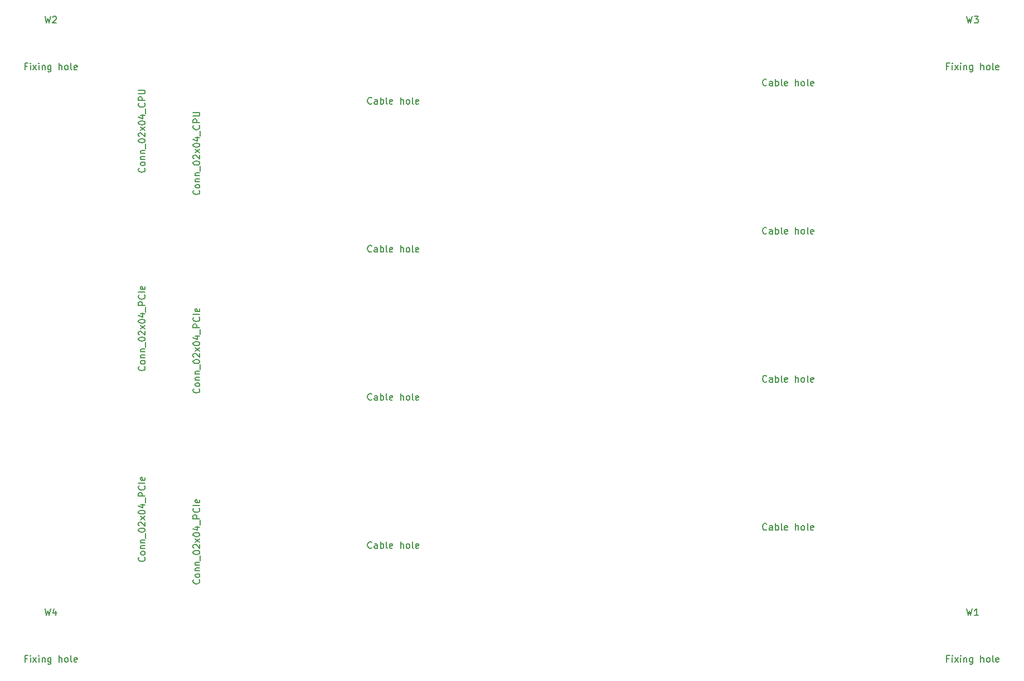
<source format=gbr>
G04 #@! TF.GenerationSoftware,KiCad,Pcbnew,(5.0.1)-3*
G04 #@! TF.CreationDate,2019-04-03T23:09:03+02:00*
G04 #@! TF.ProjectId,discovery,646973636F766572792E6B696361645F,rev?*
G04 #@! TF.SameCoordinates,PX4c4640PY8a48028*
G04 #@! TF.FileFunction,Other,Fab,Top*
%FSLAX46Y46*%
G04 Gerber Fmt 4.6, Leading zero omitted, Abs format (unit mm)*
G04 Created by KiCad (PCBNEW (5.0.1)-3) date 03/04/2019 23:09:03*
%MOMM*%
%LPD*%
G01*
G04 APERTURE LIST*
%ADD10C,0.150000*%
G04 APERTURE END LIST*
G04 #@! TO.C,W1*
D10*
X136382232Y-3480131D02*
X136048899Y-3480131D01*
X136048899Y-4003940D02*
X136048899Y-3003940D01*
X136525089Y-3003940D01*
X136906041Y-4003940D02*
X136906041Y-3337274D01*
X136906041Y-3003940D02*
X136858422Y-3051560D01*
X136906041Y-3099179D01*
X136953660Y-3051560D01*
X136906041Y-3003940D01*
X136906041Y-3099179D01*
X137286994Y-4003940D02*
X137810803Y-3337274D01*
X137286994Y-3337274D02*
X137810803Y-4003940D01*
X138191756Y-4003940D02*
X138191756Y-3337274D01*
X138191756Y-3003940D02*
X138144137Y-3051560D01*
X138191756Y-3099179D01*
X138239375Y-3051560D01*
X138191756Y-3003940D01*
X138191756Y-3099179D01*
X138667946Y-3337274D02*
X138667946Y-4003940D01*
X138667946Y-3432512D02*
X138715565Y-3384893D01*
X138810803Y-3337274D01*
X138953660Y-3337274D01*
X139048899Y-3384893D01*
X139096518Y-3480131D01*
X139096518Y-4003940D01*
X140001280Y-3337274D02*
X140001280Y-4146798D01*
X139953660Y-4242036D01*
X139906041Y-4289655D01*
X139810803Y-4337274D01*
X139667946Y-4337274D01*
X139572708Y-4289655D01*
X140001280Y-3956321D02*
X139906041Y-4003940D01*
X139715565Y-4003940D01*
X139620327Y-3956321D01*
X139572708Y-3908702D01*
X139525089Y-3813464D01*
X139525089Y-3527750D01*
X139572708Y-3432512D01*
X139620327Y-3384893D01*
X139715565Y-3337274D01*
X139906041Y-3337274D01*
X140001280Y-3384893D01*
X141239375Y-4003940D02*
X141239375Y-3003940D01*
X141667946Y-4003940D02*
X141667946Y-3480131D01*
X141620327Y-3384893D01*
X141525089Y-3337274D01*
X141382232Y-3337274D01*
X141286994Y-3384893D01*
X141239375Y-3432512D01*
X142286994Y-4003940D02*
X142191756Y-3956321D01*
X142144137Y-3908702D01*
X142096518Y-3813464D01*
X142096518Y-3527750D01*
X142144137Y-3432512D01*
X142191756Y-3384893D01*
X142286994Y-3337274D01*
X142429851Y-3337274D01*
X142525089Y-3384893D01*
X142572708Y-3432512D01*
X142620327Y-3527750D01*
X142620327Y-3813464D01*
X142572708Y-3908702D01*
X142525089Y-3956321D01*
X142429851Y-4003940D01*
X142286994Y-4003940D01*
X143191756Y-4003940D02*
X143096518Y-3956321D01*
X143048899Y-3861083D01*
X143048899Y-3003940D01*
X143953660Y-3956321D02*
X143858422Y-4003940D01*
X143667946Y-4003940D01*
X143572708Y-3956321D01*
X143525089Y-3861083D01*
X143525089Y-3480131D01*
X143572708Y-3384893D01*
X143667946Y-3337274D01*
X143858422Y-3337274D01*
X143953660Y-3384893D01*
X144001280Y-3480131D01*
X144001280Y-3575369D01*
X143525089Y-3670607D01*
X139096518Y4096060D02*
X139334613Y3096060D01*
X139525089Y3810345D01*
X139715565Y3096060D01*
X139953660Y4096060D01*
X140858422Y3096060D02*
X140286994Y3096060D01*
X140572708Y3096060D02*
X140572708Y4096060D01*
X140477470Y3953202D01*
X140382232Y3857964D01*
X140286994Y3810345D01*
G04 #@! TO.C,W2*
X-3617768Y86519869D02*
X-3951101Y86519869D01*
X-3951101Y85996060D02*
X-3951101Y86996060D01*
X-3474911Y86996060D01*
X-3093959Y85996060D02*
X-3093959Y86662726D01*
X-3093959Y86996060D02*
X-3141578Y86948440D01*
X-3093959Y86900821D01*
X-3046340Y86948440D01*
X-3093959Y86996060D01*
X-3093959Y86900821D01*
X-2713006Y85996060D02*
X-2189197Y86662726D01*
X-2713006Y86662726D02*
X-2189197Y85996060D01*
X-1808244Y85996060D02*
X-1808244Y86662726D01*
X-1808244Y86996060D02*
X-1855863Y86948440D01*
X-1808244Y86900821D01*
X-1760625Y86948440D01*
X-1808244Y86996060D01*
X-1808244Y86900821D01*
X-1332054Y86662726D02*
X-1332054Y85996060D01*
X-1332054Y86567488D02*
X-1284435Y86615107D01*
X-1189197Y86662726D01*
X-1046340Y86662726D01*
X-951101Y86615107D01*
X-903482Y86519869D01*
X-903482Y85996060D01*
X1280Y86662726D02*
X1280Y85853202D01*
X-46340Y85757964D01*
X-93959Y85710345D01*
X-189197Y85662726D01*
X-332054Y85662726D01*
X-427292Y85710345D01*
X1280Y86043679D02*
X-93959Y85996060D01*
X-284435Y85996060D01*
X-379673Y86043679D01*
X-427292Y86091298D01*
X-474911Y86186536D01*
X-474911Y86472250D01*
X-427292Y86567488D01*
X-379673Y86615107D01*
X-284435Y86662726D01*
X-93959Y86662726D01*
X1280Y86615107D01*
X1239375Y85996060D02*
X1239375Y86996060D01*
X1667946Y85996060D02*
X1667946Y86519869D01*
X1620327Y86615107D01*
X1525089Y86662726D01*
X1382232Y86662726D01*
X1286994Y86615107D01*
X1239375Y86567488D01*
X2286994Y85996060D02*
X2191756Y86043679D01*
X2144137Y86091298D01*
X2096518Y86186536D01*
X2096518Y86472250D01*
X2144137Y86567488D01*
X2191756Y86615107D01*
X2286994Y86662726D01*
X2429851Y86662726D01*
X2525089Y86615107D01*
X2572708Y86567488D01*
X2620327Y86472250D01*
X2620327Y86186536D01*
X2572708Y86091298D01*
X2525089Y86043679D01*
X2429851Y85996060D01*
X2286994Y85996060D01*
X3191756Y85996060D02*
X3096518Y86043679D01*
X3048899Y86138917D01*
X3048899Y86996060D01*
X3953660Y86043679D02*
X3858422Y85996060D01*
X3667946Y85996060D01*
X3572708Y86043679D01*
X3525089Y86138917D01*
X3525089Y86519869D01*
X3572708Y86615107D01*
X3667946Y86662726D01*
X3858422Y86662726D01*
X3953660Y86615107D01*
X4001280Y86519869D01*
X4001280Y86424631D01*
X3525089Y86329393D01*
X-903482Y94096060D02*
X-665387Y93096060D01*
X-474911Y93810345D01*
X-284435Y93096060D01*
X-46340Y94096060D01*
X286994Y94000821D02*
X334613Y94048440D01*
X429851Y94096060D01*
X667946Y94096060D01*
X763184Y94048440D01*
X810803Y94000821D01*
X858422Y93905583D01*
X858422Y93810345D01*
X810803Y93667488D01*
X239375Y93096060D01*
X858422Y93096060D01*
G04 #@! TO.C,W3*
X136382232Y86519869D02*
X136048899Y86519869D01*
X136048899Y85996060D02*
X136048899Y86996060D01*
X136525089Y86996060D01*
X136906041Y85996060D02*
X136906041Y86662726D01*
X136906041Y86996060D02*
X136858422Y86948440D01*
X136906041Y86900821D01*
X136953660Y86948440D01*
X136906041Y86996060D01*
X136906041Y86900821D01*
X137286994Y85996060D02*
X137810803Y86662726D01*
X137286994Y86662726D02*
X137810803Y85996060D01*
X138191756Y85996060D02*
X138191756Y86662726D01*
X138191756Y86996060D02*
X138144137Y86948440D01*
X138191756Y86900821D01*
X138239375Y86948440D01*
X138191756Y86996060D01*
X138191756Y86900821D01*
X138667946Y86662726D02*
X138667946Y85996060D01*
X138667946Y86567488D02*
X138715565Y86615107D01*
X138810803Y86662726D01*
X138953660Y86662726D01*
X139048899Y86615107D01*
X139096518Y86519869D01*
X139096518Y85996060D01*
X140001280Y86662726D02*
X140001280Y85853202D01*
X139953660Y85757964D01*
X139906041Y85710345D01*
X139810803Y85662726D01*
X139667946Y85662726D01*
X139572708Y85710345D01*
X140001280Y86043679D02*
X139906041Y85996060D01*
X139715565Y85996060D01*
X139620327Y86043679D01*
X139572708Y86091298D01*
X139525089Y86186536D01*
X139525089Y86472250D01*
X139572708Y86567488D01*
X139620327Y86615107D01*
X139715565Y86662726D01*
X139906041Y86662726D01*
X140001280Y86615107D01*
X141239375Y85996060D02*
X141239375Y86996060D01*
X141667946Y85996060D02*
X141667946Y86519869D01*
X141620327Y86615107D01*
X141525089Y86662726D01*
X141382232Y86662726D01*
X141286994Y86615107D01*
X141239375Y86567488D01*
X142286994Y85996060D02*
X142191756Y86043679D01*
X142144137Y86091298D01*
X142096518Y86186536D01*
X142096518Y86472250D01*
X142144137Y86567488D01*
X142191756Y86615107D01*
X142286994Y86662726D01*
X142429851Y86662726D01*
X142525089Y86615107D01*
X142572708Y86567488D01*
X142620327Y86472250D01*
X142620327Y86186536D01*
X142572708Y86091298D01*
X142525089Y86043679D01*
X142429851Y85996060D01*
X142286994Y85996060D01*
X143191756Y85996060D02*
X143096518Y86043679D01*
X143048899Y86138917D01*
X143048899Y86996060D01*
X143953660Y86043679D02*
X143858422Y85996060D01*
X143667946Y85996060D01*
X143572708Y86043679D01*
X143525089Y86138917D01*
X143525089Y86519869D01*
X143572708Y86615107D01*
X143667946Y86662726D01*
X143858422Y86662726D01*
X143953660Y86615107D01*
X144001280Y86519869D01*
X144001280Y86424631D01*
X143525089Y86329393D01*
X139096518Y94096060D02*
X139334613Y93096060D01*
X139525089Y93810345D01*
X139715565Y93096060D01*
X139953660Y94096060D01*
X140239375Y94096060D02*
X140858422Y94096060D01*
X140525089Y93715107D01*
X140667946Y93715107D01*
X140763184Y93667488D01*
X140810803Y93619869D01*
X140858422Y93524631D01*
X140858422Y93286536D01*
X140810803Y93191298D01*
X140763184Y93143679D01*
X140667946Y93096060D01*
X140382232Y93096060D01*
X140286994Y93143679D01*
X140239375Y93191298D01*
G04 #@! TO.C,W4*
X-3617768Y-3480131D02*
X-3951101Y-3480131D01*
X-3951101Y-4003940D02*
X-3951101Y-3003940D01*
X-3474911Y-3003940D01*
X-3093959Y-4003940D02*
X-3093959Y-3337274D01*
X-3093959Y-3003940D02*
X-3141578Y-3051560D01*
X-3093959Y-3099179D01*
X-3046340Y-3051560D01*
X-3093959Y-3003940D01*
X-3093959Y-3099179D01*
X-2713006Y-4003940D02*
X-2189197Y-3337274D01*
X-2713006Y-3337274D02*
X-2189197Y-4003940D01*
X-1808244Y-4003940D02*
X-1808244Y-3337274D01*
X-1808244Y-3003940D02*
X-1855863Y-3051560D01*
X-1808244Y-3099179D01*
X-1760625Y-3051560D01*
X-1808244Y-3003940D01*
X-1808244Y-3099179D01*
X-1332054Y-3337274D02*
X-1332054Y-4003940D01*
X-1332054Y-3432512D02*
X-1284435Y-3384893D01*
X-1189197Y-3337274D01*
X-1046340Y-3337274D01*
X-951101Y-3384893D01*
X-903482Y-3480131D01*
X-903482Y-4003940D01*
X1280Y-3337274D02*
X1280Y-4146798D01*
X-46340Y-4242036D01*
X-93959Y-4289655D01*
X-189197Y-4337274D01*
X-332054Y-4337274D01*
X-427292Y-4289655D01*
X1280Y-3956321D02*
X-93959Y-4003940D01*
X-284435Y-4003940D01*
X-379673Y-3956321D01*
X-427292Y-3908702D01*
X-474911Y-3813464D01*
X-474911Y-3527750D01*
X-427292Y-3432512D01*
X-379673Y-3384893D01*
X-284435Y-3337274D01*
X-93959Y-3337274D01*
X1280Y-3384893D01*
X1239375Y-4003940D02*
X1239375Y-3003940D01*
X1667946Y-4003940D02*
X1667946Y-3480131D01*
X1620327Y-3384893D01*
X1525089Y-3337274D01*
X1382232Y-3337274D01*
X1286994Y-3384893D01*
X1239375Y-3432512D01*
X2286994Y-4003940D02*
X2191756Y-3956321D01*
X2144137Y-3908702D01*
X2096518Y-3813464D01*
X2096518Y-3527750D01*
X2144137Y-3432512D01*
X2191756Y-3384893D01*
X2286994Y-3337274D01*
X2429851Y-3337274D01*
X2525089Y-3384893D01*
X2572708Y-3432512D01*
X2620327Y-3527750D01*
X2620327Y-3813464D01*
X2572708Y-3908702D01*
X2525089Y-3956321D01*
X2429851Y-4003940D01*
X2286994Y-4003940D01*
X3191756Y-4003940D02*
X3096518Y-3956321D01*
X3048899Y-3861083D01*
X3048899Y-3003940D01*
X3953660Y-3956321D02*
X3858422Y-4003940D01*
X3667946Y-4003940D01*
X3572708Y-3956321D01*
X3525089Y-3861083D01*
X3525089Y-3480131D01*
X3572708Y-3384893D01*
X3667946Y-3337274D01*
X3858422Y-3337274D01*
X3953660Y-3384893D01*
X4001280Y-3480131D01*
X4001280Y-3575369D01*
X3525089Y-3670607D01*
X-903482Y4096060D02*
X-665387Y3096060D01*
X-474911Y3810345D01*
X-284435Y3096060D01*
X-46340Y4096060D01*
X763184Y3762726D02*
X763184Y3096060D01*
X525089Y4143679D02*
X286994Y3429393D01*
X906041Y3429393D01*
G04 #@! TO.C,W5*
X48724395Y13387418D02*
X48676776Y13339799D01*
X48533919Y13292180D01*
X48438680Y13292180D01*
X48295823Y13339799D01*
X48200585Y13435037D01*
X48152966Y13530275D01*
X48105347Y13720751D01*
X48105347Y13863608D01*
X48152966Y14054084D01*
X48200585Y14149322D01*
X48295823Y14244560D01*
X48438680Y14292180D01*
X48533919Y14292180D01*
X48676776Y14244560D01*
X48724395Y14196941D01*
X49581538Y13292180D02*
X49581538Y13815989D01*
X49533919Y13911227D01*
X49438680Y13958846D01*
X49248204Y13958846D01*
X49152966Y13911227D01*
X49581538Y13339799D02*
X49486300Y13292180D01*
X49248204Y13292180D01*
X49152966Y13339799D01*
X49105347Y13435037D01*
X49105347Y13530275D01*
X49152966Y13625513D01*
X49248204Y13673132D01*
X49486300Y13673132D01*
X49581538Y13720751D01*
X50057728Y13292180D02*
X50057728Y14292180D01*
X50057728Y13911227D02*
X50152966Y13958846D01*
X50343442Y13958846D01*
X50438680Y13911227D01*
X50486300Y13863608D01*
X50533919Y13768370D01*
X50533919Y13482656D01*
X50486300Y13387418D01*
X50438680Y13339799D01*
X50343442Y13292180D01*
X50152966Y13292180D01*
X50057728Y13339799D01*
X51105347Y13292180D02*
X51010109Y13339799D01*
X50962490Y13435037D01*
X50962490Y14292180D01*
X51867252Y13339799D02*
X51772014Y13292180D01*
X51581538Y13292180D01*
X51486300Y13339799D01*
X51438680Y13435037D01*
X51438680Y13815989D01*
X51486300Y13911227D01*
X51581538Y13958846D01*
X51772014Y13958846D01*
X51867252Y13911227D01*
X51914871Y13815989D01*
X51914871Y13720751D01*
X51438680Y13625513D01*
X53105347Y13292180D02*
X53105347Y14292180D01*
X53533919Y13292180D02*
X53533919Y13815989D01*
X53486300Y13911227D01*
X53391061Y13958846D01*
X53248204Y13958846D01*
X53152966Y13911227D01*
X53105347Y13863608D01*
X54152966Y13292180D02*
X54057728Y13339799D01*
X54010109Y13387418D01*
X53962490Y13482656D01*
X53962490Y13768370D01*
X54010109Y13863608D01*
X54057728Y13911227D01*
X54152966Y13958846D01*
X54295823Y13958846D01*
X54391061Y13911227D01*
X54438680Y13863608D01*
X54486300Y13768370D01*
X54486300Y13482656D01*
X54438680Y13387418D01*
X54391061Y13339799D01*
X54295823Y13292180D01*
X54152966Y13292180D01*
X55057728Y13292180D02*
X54962490Y13339799D01*
X54914871Y13435037D01*
X54914871Y14292180D01*
X55819633Y13339799D02*
X55724395Y13292180D01*
X55533919Y13292180D01*
X55438680Y13339799D01*
X55391061Y13435037D01*
X55391061Y13815989D01*
X55438680Y13911227D01*
X55533919Y13958846D01*
X55724395Y13958846D01*
X55819633Y13911227D01*
X55867252Y13815989D01*
X55867252Y13720751D01*
X55391061Y13625513D01*
G04 #@! TO.C,W6*
X48724395Y58387418D02*
X48676776Y58339799D01*
X48533919Y58292180D01*
X48438680Y58292180D01*
X48295823Y58339799D01*
X48200585Y58435037D01*
X48152966Y58530275D01*
X48105347Y58720751D01*
X48105347Y58863608D01*
X48152966Y59054084D01*
X48200585Y59149322D01*
X48295823Y59244560D01*
X48438680Y59292180D01*
X48533919Y59292180D01*
X48676776Y59244560D01*
X48724395Y59196941D01*
X49581538Y58292180D02*
X49581538Y58815989D01*
X49533919Y58911227D01*
X49438680Y58958846D01*
X49248204Y58958846D01*
X49152966Y58911227D01*
X49581538Y58339799D02*
X49486300Y58292180D01*
X49248204Y58292180D01*
X49152966Y58339799D01*
X49105347Y58435037D01*
X49105347Y58530275D01*
X49152966Y58625513D01*
X49248204Y58673132D01*
X49486300Y58673132D01*
X49581538Y58720751D01*
X50057728Y58292180D02*
X50057728Y59292180D01*
X50057728Y58911227D02*
X50152966Y58958846D01*
X50343442Y58958846D01*
X50438680Y58911227D01*
X50486300Y58863608D01*
X50533919Y58768370D01*
X50533919Y58482656D01*
X50486300Y58387418D01*
X50438680Y58339799D01*
X50343442Y58292180D01*
X50152966Y58292180D01*
X50057728Y58339799D01*
X51105347Y58292180D02*
X51010109Y58339799D01*
X50962490Y58435037D01*
X50962490Y59292180D01*
X51867252Y58339799D02*
X51772014Y58292180D01*
X51581538Y58292180D01*
X51486300Y58339799D01*
X51438680Y58435037D01*
X51438680Y58815989D01*
X51486300Y58911227D01*
X51581538Y58958846D01*
X51772014Y58958846D01*
X51867252Y58911227D01*
X51914871Y58815989D01*
X51914871Y58720751D01*
X51438680Y58625513D01*
X53105347Y58292180D02*
X53105347Y59292180D01*
X53533919Y58292180D02*
X53533919Y58815989D01*
X53486300Y58911227D01*
X53391061Y58958846D01*
X53248204Y58958846D01*
X53152966Y58911227D01*
X53105347Y58863608D01*
X54152966Y58292180D02*
X54057728Y58339799D01*
X54010109Y58387418D01*
X53962490Y58482656D01*
X53962490Y58768370D01*
X54010109Y58863608D01*
X54057728Y58911227D01*
X54152966Y58958846D01*
X54295823Y58958846D01*
X54391061Y58911227D01*
X54438680Y58863608D01*
X54486300Y58768370D01*
X54486300Y58482656D01*
X54438680Y58387418D01*
X54391061Y58339799D01*
X54295823Y58292180D01*
X54152966Y58292180D01*
X55057728Y58292180D02*
X54962490Y58339799D01*
X54914871Y58435037D01*
X54914871Y59292180D01*
X55819633Y58339799D02*
X55724395Y58292180D01*
X55533919Y58292180D01*
X55438680Y58339799D01*
X55391061Y58435037D01*
X55391061Y58815989D01*
X55438680Y58911227D01*
X55533919Y58958846D01*
X55724395Y58958846D01*
X55819633Y58911227D01*
X55867252Y58815989D01*
X55867252Y58720751D01*
X55391061Y58625513D01*
G04 #@! TO.C,W7*
X48724395Y35887418D02*
X48676776Y35839799D01*
X48533919Y35792180D01*
X48438680Y35792180D01*
X48295823Y35839799D01*
X48200585Y35935037D01*
X48152966Y36030275D01*
X48105347Y36220751D01*
X48105347Y36363608D01*
X48152966Y36554084D01*
X48200585Y36649322D01*
X48295823Y36744560D01*
X48438680Y36792180D01*
X48533919Y36792180D01*
X48676776Y36744560D01*
X48724395Y36696941D01*
X49581538Y35792180D02*
X49581538Y36315989D01*
X49533919Y36411227D01*
X49438680Y36458846D01*
X49248204Y36458846D01*
X49152966Y36411227D01*
X49581538Y35839799D02*
X49486300Y35792180D01*
X49248204Y35792180D01*
X49152966Y35839799D01*
X49105347Y35935037D01*
X49105347Y36030275D01*
X49152966Y36125513D01*
X49248204Y36173132D01*
X49486300Y36173132D01*
X49581538Y36220751D01*
X50057728Y35792180D02*
X50057728Y36792180D01*
X50057728Y36411227D02*
X50152966Y36458846D01*
X50343442Y36458846D01*
X50438680Y36411227D01*
X50486300Y36363608D01*
X50533919Y36268370D01*
X50533919Y35982656D01*
X50486300Y35887418D01*
X50438680Y35839799D01*
X50343442Y35792180D01*
X50152966Y35792180D01*
X50057728Y35839799D01*
X51105347Y35792180D02*
X51010109Y35839799D01*
X50962490Y35935037D01*
X50962490Y36792180D01*
X51867252Y35839799D02*
X51772014Y35792180D01*
X51581538Y35792180D01*
X51486300Y35839799D01*
X51438680Y35935037D01*
X51438680Y36315989D01*
X51486300Y36411227D01*
X51581538Y36458846D01*
X51772014Y36458846D01*
X51867252Y36411227D01*
X51914871Y36315989D01*
X51914871Y36220751D01*
X51438680Y36125513D01*
X53105347Y35792180D02*
X53105347Y36792180D01*
X53533919Y35792180D02*
X53533919Y36315989D01*
X53486300Y36411227D01*
X53391061Y36458846D01*
X53248204Y36458846D01*
X53152966Y36411227D01*
X53105347Y36363608D01*
X54152966Y35792180D02*
X54057728Y35839799D01*
X54010109Y35887418D01*
X53962490Y35982656D01*
X53962490Y36268370D01*
X54010109Y36363608D01*
X54057728Y36411227D01*
X54152966Y36458846D01*
X54295823Y36458846D01*
X54391061Y36411227D01*
X54438680Y36363608D01*
X54486300Y36268370D01*
X54486300Y35982656D01*
X54438680Y35887418D01*
X54391061Y35839799D01*
X54295823Y35792180D01*
X54152966Y35792180D01*
X55057728Y35792180D02*
X54962490Y35839799D01*
X54914871Y35935037D01*
X54914871Y36792180D01*
X55819633Y35839799D02*
X55724395Y35792180D01*
X55533919Y35792180D01*
X55438680Y35839799D01*
X55391061Y35935037D01*
X55391061Y36315989D01*
X55438680Y36411227D01*
X55533919Y36458846D01*
X55724395Y36458846D01*
X55819633Y36411227D01*
X55867252Y36315989D01*
X55867252Y36220751D01*
X55391061Y36125513D01*
G04 #@! TO.C,W8*
X48724395Y80887418D02*
X48676776Y80839799D01*
X48533919Y80792180D01*
X48438680Y80792180D01*
X48295823Y80839799D01*
X48200585Y80935037D01*
X48152966Y81030275D01*
X48105347Y81220751D01*
X48105347Y81363608D01*
X48152966Y81554084D01*
X48200585Y81649322D01*
X48295823Y81744560D01*
X48438680Y81792180D01*
X48533919Y81792180D01*
X48676776Y81744560D01*
X48724395Y81696941D01*
X49581538Y80792180D02*
X49581538Y81315989D01*
X49533919Y81411227D01*
X49438680Y81458846D01*
X49248204Y81458846D01*
X49152966Y81411227D01*
X49581538Y80839799D02*
X49486300Y80792180D01*
X49248204Y80792180D01*
X49152966Y80839799D01*
X49105347Y80935037D01*
X49105347Y81030275D01*
X49152966Y81125513D01*
X49248204Y81173132D01*
X49486300Y81173132D01*
X49581538Y81220751D01*
X50057728Y80792180D02*
X50057728Y81792180D01*
X50057728Y81411227D02*
X50152966Y81458846D01*
X50343442Y81458846D01*
X50438680Y81411227D01*
X50486300Y81363608D01*
X50533919Y81268370D01*
X50533919Y80982656D01*
X50486300Y80887418D01*
X50438680Y80839799D01*
X50343442Y80792180D01*
X50152966Y80792180D01*
X50057728Y80839799D01*
X51105347Y80792180D02*
X51010109Y80839799D01*
X50962490Y80935037D01*
X50962490Y81792180D01*
X51867252Y80839799D02*
X51772014Y80792180D01*
X51581538Y80792180D01*
X51486300Y80839799D01*
X51438680Y80935037D01*
X51438680Y81315989D01*
X51486300Y81411227D01*
X51581538Y81458846D01*
X51772014Y81458846D01*
X51867252Y81411227D01*
X51914871Y81315989D01*
X51914871Y81220751D01*
X51438680Y81125513D01*
X53105347Y80792180D02*
X53105347Y81792180D01*
X53533919Y80792180D02*
X53533919Y81315989D01*
X53486300Y81411227D01*
X53391061Y81458846D01*
X53248204Y81458846D01*
X53152966Y81411227D01*
X53105347Y81363608D01*
X54152966Y80792180D02*
X54057728Y80839799D01*
X54010109Y80887418D01*
X53962490Y80982656D01*
X53962490Y81268370D01*
X54010109Y81363608D01*
X54057728Y81411227D01*
X54152966Y81458846D01*
X54295823Y81458846D01*
X54391061Y81411227D01*
X54438680Y81363608D01*
X54486300Y81268370D01*
X54486300Y80982656D01*
X54438680Y80887418D01*
X54391061Y80839799D01*
X54295823Y80792180D01*
X54152966Y80792180D01*
X55057728Y80792180D02*
X54962490Y80839799D01*
X54914871Y80935037D01*
X54914871Y81792180D01*
X55819633Y80839799D02*
X55724395Y80792180D01*
X55533919Y80792180D01*
X55438680Y80839799D01*
X55391061Y80935037D01*
X55391061Y81315989D01*
X55438680Y81411227D01*
X55533919Y81458846D01*
X55724395Y81458846D01*
X55819633Y81411227D01*
X55867252Y81315989D01*
X55867252Y81220751D01*
X55391061Y81125513D01*
G04 #@! TO.C,W9*
X108724395Y16137418D02*
X108676776Y16089799D01*
X108533919Y16042180D01*
X108438680Y16042180D01*
X108295823Y16089799D01*
X108200585Y16185037D01*
X108152966Y16280275D01*
X108105347Y16470751D01*
X108105347Y16613608D01*
X108152966Y16804084D01*
X108200585Y16899322D01*
X108295823Y16994560D01*
X108438680Y17042180D01*
X108533919Y17042180D01*
X108676776Y16994560D01*
X108724395Y16946941D01*
X109581538Y16042180D02*
X109581538Y16565989D01*
X109533919Y16661227D01*
X109438680Y16708846D01*
X109248204Y16708846D01*
X109152966Y16661227D01*
X109581538Y16089799D02*
X109486300Y16042180D01*
X109248204Y16042180D01*
X109152966Y16089799D01*
X109105347Y16185037D01*
X109105347Y16280275D01*
X109152966Y16375513D01*
X109248204Y16423132D01*
X109486300Y16423132D01*
X109581538Y16470751D01*
X110057728Y16042180D02*
X110057728Y17042180D01*
X110057728Y16661227D02*
X110152966Y16708846D01*
X110343442Y16708846D01*
X110438680Y16661227D01*
X110486300Y16613608D01*
X110533919Y16518370D01*
X110533919Y16232656D01*
X110486300Y16137418D01*
X110438680Y16089799D01*
X110343442Y16042180D01*
X110152966Y16042180D01*
X110057728Y16089799D01*
X111105347Y16042180D02*
X111010109Y16089799D01*
X110962490Y16185037D01*
X110962490Y17042180D01*
X111867252Y16089799D02*
X111772014Y16042180D01*
X111581538Y16042180D01*
X111486300Y16089799D01*
X111438680Y16185037D01*
X111438680Y16565989D01*
X111486300Y16661227D01*
X111581538Y16708846D01*
X111772014Y16708846D01*
X111867252Y16661227D01*
X111914871Y16565989D01*
X111914871Y16470751D01*
X111438680Y16375513D01*
X113105347Y16042180D02*
X113105347Y17042180D01*
X113533919Y16042180D02*
X113533919Y16565989D01*
X113486300Y16661227D01*
X113391061Y16708846D01*
X113248204Y16708846D01*
X113152966Y16661227D01*
X113105347Y16613608D01*
X114152966Y16042180D02*
X114057728Y16089799D01*
X114010109Y16137418D01*
X113962490Y16232656D01*
X113962490Y16518370D01*
X114010109Y16613608D01*
X114057728Y16661227D01*
X114152966Y16708846D01*
X114295823Y16708846D01*
X114391061Y16661227D01*
X114438680Y16613608D01*
X114486300Y16518370D01*
X114486300Y16232656D01*
X114438680Y16137418D01*
X114391061Y16089799D01*
X114295823Y16042180D01*
X114152966Y16042180D01*
X115057728Y16042180D02*
X114962490Y16089799D01*
X114914871Y16185037D01*
X114914871Y17042180D01*
X115819633Y16089799D02*
X115724395Y16042180D01*
X115533919Y16042180D01*
X115438680Y16089799D01*
X115391061Y16185037D01*
X115391061Y16565989D01*
X115438680Y16661227D01*
X115533919Y16708846D01*
X115724395Y16708846D01*
X115819633Y16661227D01*
X115867252Y16565989D01*
X115867252Y16470751D01*
X115391061Y16375513D01*
G04 #@! TO.C,W10*
X108724395Y83637418D02*
X108676776Y83589799D01*
X108533919Y83542180D01*
X108438680Y83542180D01*
X108295823Y83589799D01*
X108200585Y83685037D01*
X108152966Y83780275D01*
X108105347Y83970751D01*
X108105347Y84113608D01*
X108152966Y84304084D01*
X108200585Y84399322D01*
X108295823Y84494560D01*
X108438680Y84542180D01*
X108533919Y84542180D01*
X108676776Y84494560D01*
X108724395Y84446941D01*
X109581538Y83542180D02*
X109581538Y84065989D01*
X109533919Y84161227D01*
X109438680Y84208846D01*
X109248204Y84208846D01*
X109152966Y84161227D01*
X109581538Y83589799D02*
X109486300Y83542180D01*
X109248204Y83542180D01*
X109152966Y83589799D01*
X109105347Y83685037D01*
X109105347Y83780275D01*
X109152966Y83875513D01*
X109248204Y83923132D01*
X109486300Y83923132D01*
X109581538Y83970751D01*
X110057728Y83542180D02*
X110057728Y84542180D01*
X110057728Y84161227D02*
X110152966Y84208846D01*
X110343442Y84208846D01*
X110438680Y84161227D01*
X110486300Y84113608D01*
X110533919Y84018370D01*
X110533919Y83732656D01*
X110486300Y83637418D01*
X110438680Y83589799D01*
X110343442Y83542180D01*
X110152966Y83542180D01*
X110057728Y83589799D01*
X111105347Y83542180D02*
X111010109Y83589799D01*
X110962490Y83685037D01*
X110962490Y84542180D01*
X111867252Y83589799D02*
X111772014Y83542180D01*
X111581538Y83542180D01*
X111486300Y83589799D01*
X111438680Y83685037D01*
X111438680Y84065989D01*
X111486300Y84161227D01*
X111581538Y84208846D01*
X111772014Y84208846D01*
X111867252Y84161227D01*
X111914871Y84065989D01*
X111914871Y83970751D01*
X111438680Y83875513D01*
X113105347Y83542180D02*
X113105347Y84542180D01*
X113533919Y83542180D02*
X113533919Y84065989D01*
X113486300Y84161227D01*
X113391061Y84208846D01*
X113248204Y84208846D01*
X113152966Y84161227D01*
X113105347Y84113608D01*
X114152966Y83542180D02*
X114057728Y83589799D01*
X114010109Y83637418D01*
X113962490Y83732656D01*
X113962490Y84018370D01*
X114010109Y84113608D01*
X114057728Y84161227D01*
X114152966Y84208846D01*
X114295823Y84208846D01*
X114391061Y84161227D01*
X114438680Y84113608D01*
X114486300Y84018370D01*
X114486300Y83732656D01*
X114438680Y83637418D01*
X114391061Y83589799D01*
X114295823Y83542180D01*
X114152966Y83542180D01*
X115057728Y83542180D02*
X114962490Y83589799D01*
X114914871Y83685037D01*
X114914871Y84542180D01*
X115819633Y83589799D02*
X115724395Y83542180D01*
X115533919Y83542180D01*
X115438680Y83589799D01*
X115391061Y83685037D01*
X115391061Y84065989D01*
X115438680Y84161227D01*
X115533919Y84208846D01*
X115724395Y84208846D01*
X115819633Y84161227D01*
X115867252Y84065989D01*
X115867252Y83970751D01*
X115391061Y83875513D01*
G04 #@! TO.C,W11*
X108724395Y38637418D02*
X108676776Y38589799D01*
X108533919Y38542180D01*
X108438680Y38542180D01*
X108295823Y38589799D01*
X108200585Y38685037D01*
X108152966Y38780275D01*
X108105347Y38970751D01*
X108105347Y39113608D01*
X108152966Y39304084D01*
X108200585Y39399322D01*
X108295823Y39494560D01*
X108438680Y39542180D01*
X108533919Y39542180D01*
X108676776Y39494560D01*
X108724395Y39446941D01*
X109581538Y38542180D02*
X109581538Y39065989D01*
X109533919Y39161227D01*
X109438680Y39208846D01*
X109248204Y39208846D01*
X109152966Y39161227D01*
X109581538Y38589799D02*
X109486300Y38542180D01*
X109248204Y38542180D01*
X109152966Y38589799D01*
X109105347Y38685037D01*
X109105347Y38780275D01*
X109152966Y38875513D01*
X109248204Y38923132D01*
X109486300Y38923132D01*
X109581538Y38970751D01*
X110057728Y38542180D02*
X110057728Y39542180D01*
X110057728Y39161227D02*
X110152966Y39208846D01*
X110343442Y39208846D01*
X110438680Y39161227D01*
X110486300Y39113608D01*
X110533919Y39018370D01*
X110533919Y38732656D01*
X110486300Y38637418D01*
X110438680Y38589799D01*
X110343442Y38542180D01*
X110152966Y38542180D01*
X110057728Y38589799D01*
X111105347Y38542180D02*
X111010109Y38589799D01*
X110962490Y38685037D01*
X110962490Y39542180D01*
X111867252Y38589799D02*
X111772014Y38542180D01*
X111581538Y38542180D01*
X111486300Y38589799D01*
X111438680Y38685037D01*
X111438680Y39065989D01*
X111486300Y39161227D01*
X111581538Y39208846D01*
X111772014Y39208846D01*
X111867252Y39161227D01*
X111914871Y39065989D01*
X111914871Y38970751D01*
X111438680Y38875513D01*
X113105347Y38542180D02*
X113105347Y39542180D01*
X113533919Y38542180D02*
X113533919Y39065989D01*
X113486300Y39161227D01*
X113391061Y39208846D01*
X113248204Y39208846D01*
X113152966Y39161227D01*
X113105347Y39113608D01*
X114152966Y38542180D02*
X114057728Y38589799D01*
X114010109Y38637418D01*
X113962490Y38732656D01*
X113962490Y39018370D01*
X114010109Y39113608D01*
X114057728Y39161227D01*
X114152966Y39208846D01*
X114295823Y39208846D01*
X114391061Y39161227D01*
X114438680Y39113608D01*
X114486300Y39018370D01*
X114486300Y38732656D01*
X114438680Y38637418D01*
X114391061Y38589799D01*
X114295823Y38542180D01*
X114152966Y38542180D01*
X115057728Y38542180D02*
X114962490Y38589799D01*
X114914871Y38685037D01*
X114914871Y39542180D01*
X115819633Y38589799D02*
X115724395Y38542180D01*
X115533919Y38542180D01*
X115438680Y38589799D01*
X115391061Y38685037D01*
X115391061Y39065989D01*
X115438680Y39161227D01*
X115533919Y39208846D01*
X115724395Y39208846D01*
X115819633Y39161227D01*
X115867252Y39065989D01*
X115867252Y38970751D01*
X115391061Y38875513D01*
G04 #@! TO.C,W12*
X108724395Y61137418D02*
X108676776Y61089799D01*
X108533919Y61042180D01*
X108438680Y61042180D01*
X108295823Y61089799D01*
X108200585Y61185037D01*
X108152966Y61280275D01*
X108105347Y61470751D01*
X108105347Y61613608D01*
X108152966Y61804084D01*
X108200585Y61899322D01*
X108295823Y61994560D01*
X108438680Y62042180D01*
X108533919Y62042180D01*
X108676776Y61994560D01*
X108724395Y61946941D01*
X109581538Y61042180D02*
X109581538Y61565989D01*
X109533919Y61661227D01*
X109438680Y61708846D01*
X109248204Y61708846D01*
X109152966Y61661227D01*
X109581538Y61089799D02*
X109486300Y61042180D01*
X109248204Y61042180D01*
X109152966Y61089799D01*
X109105347Y61185037D01*
X109105347Y61280275D01*
X109152966Y61375513D01*
X109248204Y61423132D01*
X109486300Y61423132D01*
X109581538Y61470751D01*
X110057728Y61042180D02*
X110057728Y62042180D01*
X110057728Y61661227D02*
X110152966Y61708846D01*
X110343442Y61708846D01*
X110438680Y61661227D01*
X110486300Y61613608D01*
X110533919Y61518370D01*
X110533919Y61232656D01*
X110486300Y61137418D01*
X110438680Y61089799D01*
X110343442Y61042180D01*
X110152966Y61042180D01*
X110057728Y61089799D01*
X111105347Y61042180D02*
X111010109Y61089799D01*
X110962490Y61185037D01*
X110962490Y62042180D01*
X111867252Y61089799D02*
X111772014Y61042180D01*
X111581538Y61042180D01*
X111486300Y61089799D01*
X111438680Y61185037D01*
X111438680Y61565989D01*
X111486300Y61661227D01*
X111581538Y61708846D01*
X111772014Y61708846D01*
X111867252Y61661227D01*
X111914871Y61565989D01*
X111914871Y61470751D01*
X111438680Y61375513D01*
X113105347Y61042180D02*
X113105347Y62042180D01*
X113533919Y61042180D02*
X113533919Y61565989D01*
X113486300Y61661227D01*
X113391061Y61708846D01*
X113248204Y61708846D01*
X113152966Y61661227D01*
X113105347Y61613608D01*
X114152966Y61042180D02*
X114057728Y61089799D01*
X114010109Y61137418D01*
X113962490Y61232656D01*
X113962490Y61518370D01*
X114010109Y61613608D01*
X114057728Y61661227D01*
X114152966Y61708846D01*
X114295823Y61708846D01*
X114391061Y61661227D01*
X114438680Y61613608D01*
X114486300Y61518370D01*
X114486300Y61232656D01*
X114438680Y61137418D01*
X114391061Y61089799D01*
X114295823Y61042180D01*
X114152966Y61042180D01*
X115057728Y61042180D02*
X114962490Y61089799D01*
X114914871Y61185037D01*
X114914871Y62042180D01*
X115819633Y61089799D02*
X115724395Y61042180D01*
X115533919Y61042180D01*
X115438680Y61089799D01*
X115391061Y61185037D01*
X115391061Y61565989D01*
X115438680Y61661227D01*
X115533919Y61708846D01*
X115724395Y61708846D01*
X115819633Y61661227D01*
X115867252Y61565989D01*
X115867252Y61470751D01*
X115391061Y61375513D01*
G04 #@! TO.C,J1*
X14209322Y71054063D02*
X14256941Y71006444D01*
X14304560Y70863587D01*
X14304560Y70768349D01*
X14256941Y70625492D01*
X14161703Y70530254D01*
X14066465Y70482635D01*
X13875989Y70435016D01*
X13733132Y70435016D01*
X13542656Y70482635D01*
X13447418Y70530254D01*
X13352180Y70625492D01*
X13304560Y70768349D01*
X13304560Y70863587D01*
X13352180Y71006444D01*
X13399799Y71054063D01*
X14304560Y71625492D02*
X14256941Y71530254D01*
X14209322Y71482635D01*
X14114084Y71435016D01*
X13828370Y71435016D01*
X13733132Y71482635D01*
X13685513Y71530254D01*
X13637894Y71625492D01*
X13637894Y71768349D01*
X13685513Y71863587D01*
X13733132Y71911206D01*
X13828370Y71958825D01*
X14114084Y71958825D01*
X14209322Y71911206D01*
X14256941Y71863587D01*
X14304560Y71768349D01*
X14304560Y71625492D01*
X13637894Y72387397D02*
X14304560Y72387397D01*
X13733132Y72387397D02*
X13685513Y72435016D01*
X13637894Y72530254D01*
X13637894Y72673111D01*
X13685513Y72768349D01*
X13780751Y72815968D01*
X14304560Y72815968D01*
X13637894Y73292159D02*
X14304560Y73292159D01*
X13733132Y73292159D02*
X13685513Y73339778D01*
X13637894Y73435016D01*
X13637894Y73577873D01*
X13685513Y73673111D01*
X13780751Y73720730D01*
X14304560Y73720730D01*
X14399799Y73958825D02*
X14399799Y74720730D01*
X13304560Y75149301D02*
X13304560Y75244540D01*
X13352180Y75339778D01*
X13399799Y75387397D01*
X13495037Y75435016D01*
X13685513Y75482635D01*
X13923608Y75482635D01*
X14114084Y75435016D01*
X14209322Y75387397D01*
X14256941Y75339778D01*
X14304560Y75244540D01*
X14304560Y75149301D01*
X14256941Y75054063D01*
X14209322Y75006444D01*
X14114084Y74958825D01*
X13923608Y74911206D01*
X13685513Y74911206D01*
X13495037Y74958825D01*
X13399799Y75006444D01*
X13352180Y75054063D01*
X13304560Y75149301D01*
X13399799Y75863587D02*
X13352180Y75911206D01*
X13304560Y76006444D01*
X13304560Y76244540D01*
X13352180Y76339778D01*
X13399799Y76387397D01*
X13495037Y76435016D01*
X13590275Y76435016D01*
X13733132Y76387397D01*
X14304560Y75815968D01*
X14304560Y76435016D01*
X14304560Y76768349D02*
X13637894Y77292159D01*
X13637894Y76768349D02*
X14304560Y77292159D01*
X13304560Y77863587D02*
X13304560Y77958825D01*
X13352180Y78054063D01*
X13399799Y78101682D01*
X13495037Y78149301D01*
X13685513Y78196920D01*
X13923608Y78196920D01*
X14114084Y78149301D01*
X14209322Y78101682D01*
X14256941Y78054063D01*
X14304560Y77958825D01*
X14304560Y77863587D01*
X14256941Y77768349D01*
X14209322Y77720730D01*
X14114084Y77673111D01*
X13923608Y77625492D01*
X13685513Y77625492D01*
X13495037Y77673111D01*
X13399799Y77720730D01*
X13352180Y77768349D01*
X13304560Y77863587D01*
X13637894Y79054063D02*
X14304560Y79054063D01*
X13256941Y78815968D02*
X13971227Y78577873D01*
X13971227Y79196920D01*
X14399799Y79339778D02*
X14399799Y80101682D01*
X14209322Y80911206D02*
X14256941Y80863587D01*
X14304560Y80720730D01*
X14304560Y80625492D01*
X14256941Y80482635D01*
X14161703Y80387397D01*
X14066465Y80339778D01*
X13875989Y80292159D01*
X13733132Y80292159D01*
X13542656Y80339778D01*
X13447418Y80387397D01*
X13352180Y80482635D01*
X13304560Y80625492D01*
X13304560Y80720730D01*
X13352180Y80863587D01*
X13399799Y80911206D01*
X14304560Y81339778D02*
X13304560Y81339778D01*
X13304560Y81720730D01*
X13352180Y81815968D01*
X13399799Y81863587D01*
X13495037Y81911206D01*
X13637894Y81911206D01*
X13733132Y81863587D01*
X13780751Y81815968D01*
X13828370Y81720730D01*
X13828370Y81339778D01*
X13304560Y82339778D02*
X14114084Y82339778D01*
X14209322Y82387397D01*
X14256941Y82435016D01*
X14304560Y82530254D01*
X14304560Y82720730D01*
X14256941Y82815968D01*
X14209322Y82863587D01*
X14114084Y82911206D01*
X13304560Y82911206D01*
G04 #@! TO.C,J2*
X14209322Y11911206D02*
X14256941Y11863587D01*
X14304560Y11720730D01*
X14304560Y11625492D01*
X14256941Y11482635D01*
X14161703Y11387397D01*
X14066465Y11339778D01*
X13875989Y11292159D01*
X13733132Y11292159D01*
X13542656Y11339778D01*
X13447418Y11387397D01*
X13352180Y11482635D01*
X13304560Y11625492D01*
X13304560Y11720730D01*
X13352180Y11863587D01*
X13399799Y11911206D01*
X14304560Y12482635D02*
X14256941Y12387397D01*
X14209322Y12339778D01*
X14114084Y12292159D01*
X13828370Y12292159D01*
X13733132Y12339778D01*
X13685513Y12387397D01*
X13637894Y12482635D01*
X13637894Y12625492D01*
X13685513Y12720730D01*
X13733132Y12768349D01*
X13828370Y12815968D01*
X14114084Y12815968D01*
X14209322Y12768349D01*
X14256941Y12720730D01*
X14304560Y12625492D01*
X14304560Y12482635D01*
X13637894Y13244540D02*
X14304560Y13244540D01*
X13733132Y13244540D02*
X13685513Y13292159D01*
X13637894Y13387397D01*
X13637894Y13530254D01*
X13685513Y13625492D01*
X13780751Y13673111D01*
X14304560Y13673111D01*
X13637894Y14149301D02*
X14304560Y14149301D01*
X13733132Y14149301D02*
X13685513Y14196920D01*
X13637894Y14292159D01*
X13637894Y14435016D01*
X13685513Y14530254D01*
X13780751Y14577873D01*
X14304560Y14577873D01*
X14399799Y14815968D02*
X14399799Y15577873D01*
X13304560Y16006444D02*
X13304560Y16101682D01*
X13352180Y16196920D01*
X13399799Y16244540D01*
X13495037Y16292159D01*
X13685513Y16339778D01*
X13923608Y16339778D01*
X14114084Y16292159D01*
X14209322Y16244540D01*
X14256941Y16196920D01*
X14304560Y16101682D01*
X14304560Y16006444D01*
X14256941Y15911206D01*
X14209322Y15863587D01*
X14114084Y15815968D01*
X13923608Y15768349D01*
X13685513Y15768349D01*
X13495037Y15815968D01*
X13399799Y15863587D01*
X13352180Y15911206D01*
X13304560Y16006444D01*
X13399799Y16720730D02*
X13352180Y16768349D01*
X13304560Y16863587D01*
X13304560Y17101682D01*
X13352180Y17196920D01*
X13399799Y17244540D01*
X13495037Y17292159D01*
X13590275Y17292159D01*
X13733132Y17244540D01*
X14304560Y16673111D01*
X14304560Y17292159D01*
X14304560Y17625492D02*
X13637894Y18149301D01*
X13637894Y17625492D02*
X14304560Y18149301D01*
X13304560Y18720730D02*
X13304560Y18815968D01*
X13352180Y18911206D01*
X13399799Y18958825D01*
X13495037Y19006444D01*
X13685513Y19054063D01*
X13923608Y19054063D01*
X14114084Y19006444D01*
X14209322Y18958825D01*
X14256941Y18911206D01*
X14304560Y18815968D01*
X14304560Y18720730D01*
X14256941Y18625492D01*
X14209322Y18577873D01*
X14114084Y18530254D01*
X13923608Y18482635D01*
X13685513Y18482635D01*
X13495037Y18530254D01*
X13399799Y18577873D01*
X13352180Y18625492D01*
X13304560Y18720730D01*
X13637894Y19911206D02*
X14304560Y19911206D01*
X13256941Y19673111D02*
X13971227Y19435016D01*
X13971227Y20054063D01*
X14399799Y20196920D02*
X14399799Y20958825D01*
X14304560Y21196920D02*
X13304560Y21196920D01*
X13304560Y21577873D01*
X13352180Y21673111D01*
X13399799Y21720730D01*
X13495037Y21768349D01*
X13637894Y21768349D01*
X13733132Y21720730D01*
X13780751Y21673111D01*
X13828370Y21577873D01*
X13828370Y21196920D01*
X14209322Y22768349D02*
X14256941Y22720730D01*
X14304560Y22577873D01*
X14304560Y22482635D01*
X14256941Y22339778D01*
X14161703Y22244540D01*
X14066465Y22196920D01*
X13875989Y22149301D01*
X13733132Y22149301D01*
X13542656Y22196920D01*
X13447418Y22244540D01*
X13352180Y22339778D01*
X13304560Y22482635D01*
X13304560Y22577873D01*
X13352180Y22720730D01*
X13399799Y22768349D01*
X14304560Y23196920D02*
X13304560Y23196920D01*
X14256941Y24054063D02*
X14304560Y23958825D01*
X14304560Y23768349D01*
X14256941Y23673111D01*
X14161703Y23625492D01*
X13780751Y23625492D01*
X13685513Y23673111D01*
X13637894Y23768349D01*
X13637894Y23958825D01*
X13685513Y24054063D01*
X13780751Y24101682D01*
X13875989Y24101682D01*
X13971227Y23625492D01*
G04 #@! TO.C,J3*
X22507522Y67657103D02*
X22555141Y67609484D01*
X22602760Y67466627D01*
X22602760Y67371389D01*
X22555141Y67228532D01*
X22459903Y67133294D01*
X22364665Y67085675D01*
X22174189Y67038056D01*
X22031332Y67038056D01*
X21840856Y67085675D01*
X21745618Y67133294D01*
X21650380Y67228532D01*
X21602760Y67371389D01*
X21602760Y67466627D01*
X21650380Y67609484D01*
X21697999Y67657103D01*
X22602760Y68228532D02*
X22555141Y68133294D01*
X22507522Y68085675D01*
X22412284Y68038056D01*
X22126570Y68038056D01*
X22031332Y68085675D01*
X21983713Y68133294D01*
X21936094Y68228532D01*
X21936094Y68371389D01*
X21983713Y68466627D01*
X22031332Y68514246D01*
X22126570Y68561865D01*
X22412284Y68561865D01*
X22507522Y68514246D01*
X22555141Y68466627D01*
X22602760Y68371389D01*
X22602760Y68228532D01*
X21936094Y68990437D02*
X22602760Y68990437D01*
X22031332Y68990437D02*
X21983713Y69038056D01*
X21936094Y69133294D01*
X21936094Y69276151D01*
X21983713Y69371389D01*
X22078951Y69419008D01*
X22602760Y69419008D01*
X21936094Y69895199D02*
X22602760Y69895199D01*
X22031332Y69895199D02*
X21983713Y69942818D01*
X21936094Y70038056D01*
X21936094Y70180913D01*
X21983713Y70276151D01*
X22078951Y70323770D01*
X22602760Y70323770D01*
X22697999Y70561865D02*
X22697999Y71323770D01*
X21602760Y71752341D02*
X21602760Y71847580D01*
X21650380Y71942818D01*
X21697999Y71990437D01*
X21793237Y72038056D01*
X21983713Y72085675D01*
X22221808Y72085675D01*
X22412284Y72038056D01*
X22507522Y71990437D01*
X22555141Y71942818D01*
X22602760Y71847580D01*
X22602760Y71752341D01*
X22555141Y71657103D01*
X22507522Y71609484D01*
X22412284Y71561865D01*
X22221808Y71514246D01*
X21983713Y71514246D01*
X21793237Y71561865D01*
X21697999Y71609484D01*
X21650380Y71657103D01*
X21602760Y71752341D01*
X21697999Y72466627D02*
X21650380Y72514246D01*
X21602760Y72609484D01*
X21602760Y72847580D01*
X21650380Y72942818D01*
X21697999Y72990437D01*
X21793237Y73038056D01*
X21888475Y73038056D01*
X22031332Y72990437D01*
X22602760Y72419008D01*
X22602760Y73038056D01*
X22602760Y73371389D02*
X21936094Y73895199D01*
X21936094Y73371389D02*
X22602760Y73895199D01*
X21602760Y74466627D02*
X21602760Y74561865D01*
X21650380Y74657103D01*
X21697999Y74704722D01*
X21793237Y74752341D01*
X21983713Y74799960D01*
X22221808Y74799960D01*
X22412284Y74752341D01*
X22507522Y74704722D01*
X22555141Y74657103D01*
X22602760Y74561865D01*
X22602760Y74466627D01*
X22555141Y74371389D01*
X22507522Y74323770D01*
X22412284Y74276151D01*
X22221808Y74228532D01*
X21983713Y74228532D01*
X21793237Y74276151D01*
X21697999Y74323770D01*
X21650380Y74371389D01*
X21602760Y74466627D01*
X21936094Y75657103D02*
X22602760Y75657103D01*
X21555141Y75419008D02*
X22269427Y75180913D01*
X22269427Y75799960D01*
X22697999Y75942818D02*
X22697999Y76704722D01*
X22507522Y77514246D02*
X22555141Y77466627D01*
X22602760Y77323770D01*
X22602760Y77228532D01*
X22555141Y77085675D01*
X22459903Y76990437D01*
X22364665Y76942818D01*
X22174189Y76895199D01*
X22031332Y76895199D01*
X21840856Y76942818D01*
X21745618Y76990437D01*
X21650380Y77085675D01*
X21602760Y77228532D01*
X21602760Y77323770D01*
X21650380Y77466627D01*
X21697999Y77514246D01*
X22602760Y77942818D02*
X21602760Y77942818D01*
X21602760Y78323770D01*
X21650380Y78419008D01*
X21697999Y78466627D01*
X21793237Y78514246D01*
X21936094Y78514246D01*
X22031332Y78466627D01*
X22078951Y78419008D01*
X22126570Y78323770D01*
X22126570Y77942818D01*
X21602760Y78942818D02*
X22412284Y78942818D01*
X22507522Y78990437D01*
X22555141Y79038056D01*
X22602760Y79133294D01*
X22602760Y79323770D01*
X22555141Y79419008D01*
X22507522Y79466627D01*
X22412284Y79514246D01*
X21602760Y79514246D01*
G04 #@! TO.C,J4*
X14209322Y40911206D02*
X14256941Y40863587D01*
X14304560Y40720730D01*
X14304560Y40625492D01*
X14256941Y40482635D01*
X14161703Y40387397D01*
X14066465Y40339778D01*
X13875989Y40292159D01*
X13733132Y40292159D01*
X13542656Y40339778D01*
X13447418Y40387397D01*
X13352180Y40482635D01*
X13304560Y40625492D01*
X13304560Y40720730D01*
X13352180Y40863587D01*
X13399799Y40911206D01*
X14304560Y41482635D02*
X14256941Y41387397D01*
X14209322Y41339778D01*
X14114084Y41292159D01*
X13828370Y41292159D01*
X13733132Y41339778D01*
X13685513Y41387397D01*
X13637894Y41482635D01*
X13637894Y41625492D01*
X13685513Y41720730D01*
X13733132Y41768349D01*
X13828370Y41815968D01*
X14114084Y41815968D01*
X14209322Y41768349D01*
X14256941Y41720730D01*
X14304560Y41625492D01*
X14304560Y41482635D01*
X13637894Y42244540D02*
X14304560Y42244540D01*
X13733132Y42244540D02*
X13685513Y42292159D01*
X13637894Y42387397D01*
X13637894Y42530254D01*
X13685513Y42625492D01*
X13780751Y42673111D01*
X14304560Y42673111D01*
X13637894Y43149301D02*
X14304560Y43149301D01*
X13733132Y43149301D02*
X13685513Y43196920D01*
X13637894Y43292159D01*
X13637894Y43435016D01*
X13685513Y43530254D01*
X13780751Y43577873D01*
X14304560Y43577873D01*
X14399799Y43815968D02*
X14399799Y44577873D01*
X13304560Y45006444D02*
X13304560Y45101682D01*
X13352180Y45196920D01*
X13399799Y45244540D01*
X13495037Y45292159D01*
X13685513Y45339778D01*
X13923608Y45339778D01*
X14114084Y45292159D01*
X14209322Y45244540D01*
X14256941Y45196920D01*
X14304560Y45101682D01*
X14304560Y45006444D01*
X14256941Y44911206D01*
X14209322Y44863587D01*
X14114084Y44815968D01*
X13923608Y44768349D01*
X13685513Y44768349D01*
X13495037Y44815968D01*
X13399799Y44863587D01*
X13352180Y44911206D01*
X13304560Y45006444D01*
X13399799Y45720730D02*
X13352180Y45768349D01*
X13304560Y45863587D01*
X13304560Y46101682D01*
X13352180Y46196920D01*
X13399799Y46244540D01*
X13495037Y46292159D01*
X13590275Y46292159D01*
X13733132Y46244540D01*
X14304560Y45673111D01*
X14304560Y46292159D01*
X14304560Y46625492D02*
X13637894Y47149301D01*
X13637894Y46625492D02*
X14304560Y47149301D01*
X13304560Y47720730D02*
X13304560Y47815968D01*
X13352180Y47911206D01*
X13399799Y47958825D01*
X13495037Y48006444D01*
X13685513Y48054063D01*
X13923608Y48054063D01*
X14114084Y48006444D01*
X14209322Y47958825D01*
X14256941Y47911206D01*
X14304560Y47815968D01*
X14304560Y47720730D01*
X14256941Y47625492D01*
X14209322Y47577873D01*
X14114084Y47530254D01*
X13923608Y47482635D01*
X13685513Y47482635D01*
X13495037Y47530254D01*
X13399799Y47577873D01*
X13352180Y47625492D01*
X13304560Y47720730D01*
X13637894Y48911206D02*
X14304560Y48911206D01*
X13256941Y48673111D02*
X13971227Y48435016D01*
X13971227Y49054063D01*
X14399799Y49196920D02*
X14399799Y49958825D01*
X14304560Y50196920D02*
X13304560Y50196920D01*
X13304560Y50577873D01*
X13352180Y50673111D01*
X13399799Y50720730D01*
X13495037Y50768349D01*
X13637894Y50768349D01*
X13733132Y50720730D01*
X13780751Y50673111D01*
X13828370Y50577873D01*
X13828370Y50196920D01*
X14209322Y51768349D02*
X14256941Y51720730D01*
X14304560Y51577873D01*
X14304560Y51482635D01*
X14256941Y51339778D01*
X14161703Y51244540D01*
X14066465Y51196920D01*
X13875989Y51149301D01*
X13733132Y51149301D01*
X13542656Y51196920D01*
X13447418Y51244540D01*
X13352180Y51339778D01*
X13304560Y51482635D01*
X13304560Y51577873D01*
X13352180Y51720730D01*
X13399799Y51768349D01*
X14304560Y52196920D02*
X13304560Y52196920D01*
X14256941Y53054063D02*
X14304560Y52958825D01*
X14304560Y52768349D01*
X14256941Y52673111D01*
X14161703Y52625492D01*
X13780751Y52625492D01*
X13685513Y52673111D01*
X13637894Y52768349D01*
X13637894Y52958825D01*
X13685513Y53054063D01*
X13780751Y53101682D01*
X13875989Y53101682D01*
X13971227Y52625492D01*
G04 #@! TO.C,J5*
X22507522Y37514246D02*
X22555141Y37466627D01*
X22602760Y37323770D01*
X22602760Y37228532D01*
X22555141Y37085675D01*
X22459903Y36990437D01*
X22364665Y36942818D01*
X22174189Y36895199D01*
X22031332Y36895199D01*
X21840856Y36942818D01*
X21745618Y36990437D01*
X21650380Y37085675D01*
X21602760Y37228532D01*
X21602760Y37323770D01*
X21650380Y37466627D01*
X21697999Y37514246D01*
X22602760Y38085675D02*
X22555141Y37990437D01*
X22507522Y37942818D01*
X22412284Y37895199D01*
X22126570Y37895199D01*
X22031332Y37942818D01*
X21983713Y37990437D01*
X21936094Y38085675D01*
X21936094Y38228532D01*
X21983713Y38323770D01*
X22031332Y38371389D01*
X22126570Y38419008D01*
X22412284Y38419008D01*
X22507522Y38371389D01*
X22555141Y38323770D01*
X22602760Y38228532D01*
X22602760Y38085675D01*
X21936094Y38847580D02*
X22602760Y38847580D01*
X22031332Y38847580D02*
X21983713Y38895199D01*
X21936094Y38990437D01*
X21936094Y39133294D01*
X21983713Y39228532D01*
X22078951Y39276151D01*
X22602760Y39276151D01*
X21936094Y39752341D02*
X22602760Y39752341D01*
X22031332Y39752341D02*
X21983713Y39799960D01*
X21936094Y39895199D01*
X21936094Y40038056D01*
X21983713Y40133294D01*
X22078951Y40180913D01*
X22602760Y40180913D01*
X22697999Y40419008D02*
X22697999Y41180913D01*
X21602760Y41609484D02*
X21602760Y41704722D01*
X21650380Y41799960D01*
X21697999Y41847580D01*
X21793237Y41895199D01*
X21983713Y41942818D01*
X22221808Y41942818D01*
X22412284Y41895199D01*
X22507522Y41847580D01*
X22555141Y41799960D01*
X22602760Y41704722D01*
X22602760Y41609484D01*
X22555141Y41514246D01*
X22507522Y41466627D01*
X22412284Y41419008D01*
X22221808Y41371389D01*
X21983713Y41371389D01*
X21793237Y41419008D01*
X21697999Y41466627D01*
X21650380Y41514246D01*
X21602760Y41609484D01*
X21697999Y42323770D02*
X21650380Y42371389D01*
X21602760Y42466627D01*
X21602760Y42704722D01*
X21650380Y42799960D01*
X21697999Y42847580D01*
X21793237Y42895199D01*
X21888475Y42895199D01*
X22031332Y42847580D01*
X22602760Y42276151D01*
X22602760Y42895199D01*
X22602760Y43228532D02*
X21936094Y43752341D01*
X21936094Y43228532D02*
X22602760Y43752341D01*
X21602760Y44323770D02*
X21602760Y44419008D01*
X21650380Y44514246D01*
X21697999Y44561865D01*
X21793237Y44609484D01*
X21983713Y44657103D01*
X22221808Y44657103D01*
X22412284Y44609484D01*
X22507522Y44561865D01*
X22555141Y44514246D01*
X22602760Y44419008D01*
X22602760Y44323770D01*
X22555141Y44228532D01*
X22507522Y44180913D01*
X22412284Y44133294D01*
X22221808Y44085675D01*
X21983713Y44085675D01*
X21793237Y44133294D01*
X21697999Y44180913D01*
X21650380Y44228532D01*
X21602760Y44323770D01*
X21936094Y45514246D02*
X22602760Y45514246D01*
X21555141Y45276151D02*
X22269427Y45038056D01*
X22269427Y45657103D01*
X22697999Y45799960D02*
X22697999Y46561865D01*
X22602760Y46799960D02*
X21602760Y46799960D01*
X21602760Y47180913D01*
X21650380Y47276151D01*
X21697999Y47323770D01*
X21793237Y47371389D01*
X21936094Y47371389D01*
X22031332Y47323770D01*
X22078951Y47276151D01*
X22126570Y47180913D01*
X22126570Y46799960D01*
X22507522Y48371389D02*
X22555141Y48323770D01*
X22602760Y48180913D01*
X22602760Y48085675D01*
X22555141Y47942818D01*
X22459903Y47847580D01*
X22364665Y47799960D01*
X22174189Y47752341D01*
X22031332Y47752341D01*
X21840856Y47799960D01*
X21745618Y47847580D01*
X21650380Y47942818D01*
X21602760Y48085675D01*
X21602760Y48180913D01*
X21650380Y48323770D01*
X21697999Y48371389D01*
X22602760Y48799960D02*
X21602760Y48799960D01*
X22555141Y49657103D02*
X22602760Y49561865D01*
X22602760Y49371389D01*
X22555141Y49276151D01*
X22459903Y49228532D01*
X22078951Y49228532D01*
X21983713Y49276151D01*
X21936094Y49371389D01*
X21936094Y49561865D01*
X21983713Y49657103D01*
X22078951Y49704722D01*
X22174189Y49704722D01*
X22269427Y49228532D01*
G04 #@! TO.C,J6*
X22507522Y8514246D02*
X22555141Y8466627D01*
X22602760Y8323770D01*
X22602760Y8228532D01*
X22555141Y8085675D01*
X22459903Y7990437D01*
X22364665Y7942818D01*
X22174189Y7895199D01*
X22031332Y7895199D01*
X21840856Y7942818D01*
X21745618Y7990437D01*
X21650380Y8085675D01*
X21602760Y8228532D01*
X21602760Y8323770D01*
X21650380Y8466627D01*
X21697999Y8514246D01*
X22602760Y9085675D02*
X22555141Y8990437D01*
X22507522Y8942818D01*
X22412284Y8895199D01*
X22126570Y8895199D01*
X22031332Y8942818D01*
X21983713Y8990437D01*
X21936094Y9085675D01*
X21936094Y9228532D01*
X21983713Y9323770D01*
X22031332Y9371389D01*
X22126570Y9419008D01*
X22412284Y9419008D01*
X22507522Y9371389D01*
X22555141Y9323770D01*
X22602760Y9228532D01*
X22602760Y9085675D01*
X21936094Y9847580D02*
X22602760Y9847580D01*
X22031332Y9847580D02*
X21983713Y9895199D01*
X21936094Y9990437D01*
X21936094Y10133294D01*
X21983713Y10228532D01*
X22078951Y10276151D01*
X22602760Y10276151D01*
X21936094Y10752341D02*
X22602760Y10752341D01*
X22031332Y10752341D02*
X21983713Y10799960D01*
X21936094Y10895199D01*
X21936094Y11038056D01*
X21983713Y11133294D01*
X22078951Y11180913D01*
X22602760Y11180913D01*
X22697999Y11419008D02*
X22697999Y12180913D01*
X21602760Y12609484D02*
X21602760Y12704722D01*
X21650380Y12799960D01*
X21697999Y12847580D01*
X21793237Y12895199D01*
X21983713Y12942818D01*
X22221808Y12942818D01*
X22412284Y12895199D01*
X22507522Y12847580D01*
X22555141Y12799960D01*
X22602760Y12704722D01*
X22602760Y12609484D01*
X22555141Y12514246D01*
X22507522Y12466627D01*
X22412284Y12419008D01*
X22221808Y12371389D01*
X21983713Y12371389D01*
X21793237Y12419008D01*
X21697999Y12466627D01*
X21650380Y12514246D01*
X21602760Y12609484D01*
X21697999Y13323770D02*
X21650380Y13371389D01*
X21602760Y13466627D01*
X21602760Y13704722D01*
X21650380Y13799960D01*
X21697999Y13847580D01*
X21793237Y13895199D01*
X21888475Y13895199D01*
X22031332Y13847580D01*
X22602760Y13276151D01*
X22602760Y13895199D01*
X22602760Y14228532D02*
X21936094Y14752341D01*
X21936094Y14228532D02*
X22602760Y14752341D01*
X21602760Y15323770D02*
X21602760Y15419008D01*
X21650380Y15514246D01*
X21697999Y15561865D01*
X21793237Y15609484D01*
X21983713Y15657103D01*
X22221808Y15657103D01*
X22412284Y15609484D01*
X22507522Y15561865D01*
X22555141Y15514246D01*
X22602760Y15419008D01*
X22602760Y15323770D01*
X22555141Y15228532D01*
X22507522Y15180913D01*
X22412284Y15133294D01*
X22221808Y15085675D01*
X21983713Y15085675D01*
X21793237Y15133294D01*
X21697999Y15180913D01*
X21650380Y15228532D01*
X21602760Y15323770D01*
X21936094Y16514246D02*
X22602760Y16514246D01*
X21555141Y16276151D02*
X22269427Y16038056D01*
X22269427Y16657103D01*
X22697999Y16799960D02*
X22697999Y17561865D01*
X22602760Y17799960D02*
X21602760Y17799960D01*
X21602760Y18180913D01*
X21650380Y18276151D01*
X21697999Y18323770D01*
X21793237Y18371389D01*
X21936094Y18371389D01*
X22031332Y18323770D01*
X22078951Y18276151D01*
X22126570Y18180913D01*
X22126570Y17799960D01*
X22507522Y19371389D02*
X22555141Y19323770D01*
X22602760Y19180913D01*
X22602760Y19085675D01*
X22555141Y18942818D01*
X22459903Y18847580D01*
X22364665Y18799960D01*
X22174189Y18752341D01*
X22031332Y18752341D01*
X21840856Y18799960D01*
X21745618Y18847580D01*
X21650380Y18942818D01*
X21602760Y19085675D01*
X21602760Y19180913D01*
X21650380Y19323770D01*
X21697999Y19371389D01*
X22602760Y19799960D02*
X21602760Y19799960D01*
X22555141Y20657103D02*
X22602760Y20561865D01*
X22602760Y20371389D01*
X22555141Y20276151D01*
X22459903Y20228532D01*
X22078951Y20228532D01*
X21983713Y20276151D01*
X21936094Y20371389D01*
X21936094Y20561865D01*
X21983713Y20657103D01*
X22078951Y20704722D01*
X22174189Y20704722D01*
X22269427Y20228532D01*
G04 #@! TD*
M02*

</source>
